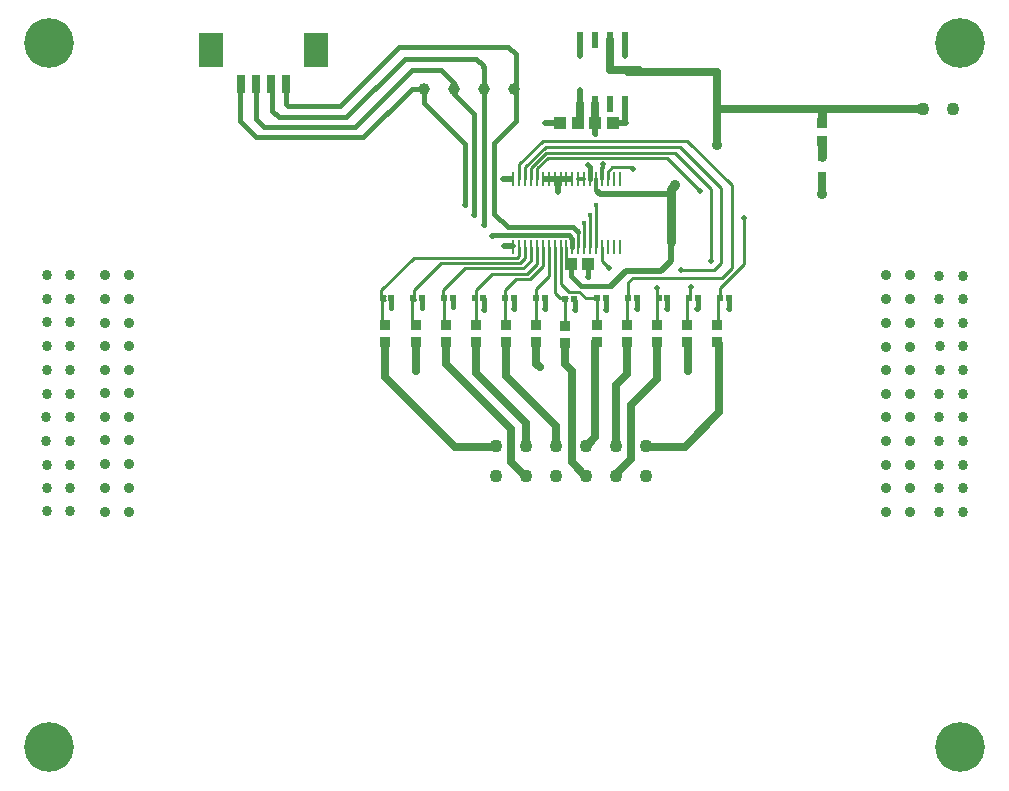
<source format=gtl>
G04*
G04 #@! TF.GenerationSoftware,Altium Limited,Altium Designer,19.1.8 (144)*
G04*
G04 Layer_Physical_Order=1*
G04 Layer_Color=255*
%FSLAX25Y25*%
%MOIN*%
G70*
G01*
G75*
%ADD10C,0.01000*%
%ADD16R,0.03543X0.03347*%
%ADD17R,0.03150X0.03150*%
%ADD18O,0.00984X0.04724*%
%ADD19R,0.03150X0.06299*%
%ADD20R,0.08268X0.11811*%
%ADD21R,0.04134X0.03937*%
%ADD22R,0.02362X0.05709*%
%ADD23R,0.02284X0.02047*%
%ADD24R,0.03543X0.03740*%
%ADD41C,0.02800*%
%ADD42C,0.03000*%
%ADD43C,0.01500*%
%ADD44C,0.02500*%
%ADD45C,0.02000*%
%ADD46C,0.01200*%
%ADD47C,0.03937*%
%ADD48C,0.03150*%
%ADD49C,0.03400*%
%ADD50C,0.16535*%
%ADD51C,0.04331*%
%ADD52C,0.03543*%
%ADD53C,0.03500*%
%ADD54C,0.01500*%
%ADD55C,0.02000*%
D10*
X210042Y187744D02*
X211510Y186275D01*
X217778Y202775D02*
X217778Y202675D01*
X217824Y192234D01*
X215809Y199675D02*
Y200075D01*
Y199675D02*
X215856Y199629D01*
X219793Y192234D02*
Y205975D01*
X215856Y192234D02*
Y199629D01*
X213841Y197375D02*
X213887Y197329D01*
Y192234D02*
Y197329D01*
X179195Y202575D02*
Y202675D01*
X215856Y192234D02*
X215861Y192240D01*
X101061Y245748D02*
X101579Y246267D01*
X250198Y160321D02*
X250461Y160057D01*
X159625Y160321D02*
X159661Y160285D01*
X216361Y175075D02*
X220232D01*
X214261Y177175D02*
X216361Y175075D01*
X210661Y177175D02*
X214261D01*
X207638Y175199D02*
X208772D01*
X206013Y176823D02*
X207638Y175199D01*
X206013Y176823D02*
Y192234D01*
X207982Y179855D02*
X210661Y177175D01*
X207982Y179855D02*
Y192234D01*
X204045Y182259D02*
Y192234D01*
X199796Y178009D02*
X204045Y182259D01*
X199796Y175075D02*
Y178009D01*
X193161Y181475D02*
X197761D01*
X189577Y177891D02*
X193161Y181475D01*
X189577Y175075D02*
Y177891D01*
X185161Y183175D02*
X196761D01*
X179754Y177768D02*
X185161Y183175D01*
X179754Y175470D02*
Y177768D01*
X169165Y166553D02*
Y175075D01*
X168661Y175673D02*
X169259Y175075D01*
X175961Y184975D02*
X195561D01*
X168661Y177675D02*
X175961Y184975D01*
X168661Y175673D02*
Y177675D01*
X219761Y214644D02*
X219793Y214675D01*
X191993Y192275D02*
X192093Y192375D01*
X231561Y218675D02*
X232261Y217975D01*
X225161Y218675D02*
X231561D01*
X223730Y217244D02*
X225161Y218675D01*
X223730Y214675D02*
Y217244D01*
X161836Y175075D02*
X161861Y175050D01*
X192491Y175075D02*
X192561Y175146D01*
X233361Y175073D02*
X233364Y175075D01*
X202709D02*
X202761Y175023D01*
X192093Y192375D02*
X192234Y192234D01*
X260261Y166030D02*
X260463Y166231D01*
X251287Y175075D02*
Y178300D01*
X250198Y166030D02*
X250245Y166077D01*
X221761Y218275D02*
X222061Y218575D01*
X240268Y175175D02*
Y178675D01*
X194234Y214675D02*
Y219748D01*
X232061Y181875D02*
X261754D01*
X230450Y180264D02*
X232061Y181875D01*
X230450Y175075D02*
Y180264D01*
X269161Y186575D02*
Y201675D01*
X261105Y178518D02*
X269161Y186575D01*
Y201675D02*
X269261Y201775D01*
X261754Y181875D02*
X265061Y185182D01*
X261561Y186775D02*
Y211775D01*
X259061Y184275D02*
X261561Y186775D01*
X248161Y184275D02*
X259061D01*
X194234Y219748D02*
X201961Y227475D01*
X206998Y210339D02*
X207061Y210275D01*
X200108Y214675D02*
Y218300D01*
X198139Y218453D02*
X203161Y223475D01*
X246061D01*
X198139Y214675D02*
Y218453D01*
X196171Y218785D02*
X202961Y225575D01*
X247761D01*
X196171Y214675D02*
Y218785D01*
X200108Y218300D02*
X203683Y221875D01*
X246061Y223475D02*
X258261Y211275D01*
X247761Y225575D02*
X261561Y211775D01*
X201961Y227475D02*
X250261D01*
X203683Y221875D02*
X243361D01*
X254361Y210875D01*
X250261Y227475D02*
X265061Y212675D01*
Y185182D02*
Y212675D01*
X261105Y175075D02*
Y178518D01*
X258261Y187575D02*
Y211275D01*
X221761Y187575D02*
Y192234D01*
Y187575D02*
X224161Y185175D01*
X194201Y190380D02*
Y192233D01*
X188761Y214775D02*
X188861D01*
X188961Y214875D01*
X189161Y214675D01*
X169165Y175075D02*
X169259D01*
X169141D02*
X169165D01*
X179359D02*
X179754Y175470D01*
X168061Y186675D02*
X194561D01*
X158961Y188375D02*
X193361D01*
X148261Y177675D02*
X158961Y188375D01*
X194561Y186675D02*
X196161Y188275D01*
X195561Y184975D02*
X198139Y187553D01*
X193361Y188375D02*
X194201Y189215D01*
Y192233D02*
X194202Y192234D01*
X159041Y177655D02*
X168061Y186675D01*
X194201Y189215D02*
Y190380D01*
X209950Y187934D02*
X210042Y187842D01*
Y187744D02*
Y187842D01*
X209950Y187934D02*
Y192234D01*
X196761Y183175D02*
X200108Y186522D01*
X197761Y181475D02*
X202076Y185790D01*
X158361Y174552D02*
X159565D01*
X159041Y175075D02*
Y177655D01*
X148261Y175599D02*
X149346D01*
X148461Y174552D02*
X149346D01*
X196161Y188275D02*
Y190366D01*
X198139Y187553D02*
Y192234D01*
X200108Y186522D02*
Y192234D01*
X202076Y185790D02*
Y192234D01*
X209896Y175075D02*
X210014D01*
X196161Y190366D02*
X196163Y190367D01*
Y192226D01*
X196171Y192234D01*
X194202Y190380D02*
Y192234D01*
X148261Y175599D02*
Y177675D01*
X189577Y166268D02*
Y175075D01*
Y166268D02*
X189816Y166030D01*
X169165Y166553D02*
X169689Y166030D01*
X158361Y167293D02*
Y174552D01*
Y167293D02*
X159625Y166030D01*
X148461Y167130D02*
Y174552D01*
Y167130D02*
X149562Y166030D01*
X158923Y175075D02*
X159041D01*
X148823D02*
X149346Y175599D01*
X148705Y175075D02*
X148823D01*
X260987D02*
X261105D01*
X260463Y174552D02*
X260987Y175075D01*
X260463Y166231D02*
Y174552D01*
X250245Y166077D02*
Y174552D01*
X240134Y166030D02*
Y174552D01*
X230070Y174696D02*
X230450Y175075D01*
X230070Y166030D02*
Y174696D01*
X220007Y174850D02*
X220232Y175075D01*
X220007Y166030D02*
Y174850D01*
X209943Y175005D02*
X210014Y175075D01*
X209343Y165629D02*
Y174605D01*
X199796Y175075D02*
X199880Y174991D01*
Y166030D02*
Y174991D01*
X179359Y175075D02*
X179752Y174682D01*
Y166030D02*
Y174682D01*
X159041Y175075D02*
X159565Y174552D01*
X148823Y175075D02*
X149346Y174552D01*
X260261Y160321D02*
X260761Y159821D01*
X226461Y115875D02*
Y116775D01*
X186461Y115875D02*
Y116175D01*
D16*
X295000Y227449D02*
D03*
Y233551D02*
D03*
D17*
Y215700D02*
D03*
Y222200D02*
D03*
D18*
X227667Y214675D02*
D03*
X225698D02*
D03*
X223730D02*
D03*
X221761D02*
D03*
X219793D02*
D03*
X217824D02*
D03*
X215856D02*
D03*
X213887D02*
D03*
X211919D02*
D03*
X209950D02*
D03*
X207982D02*
D03*
X206013D02*
D03*
X204045D02*
D03*
X202076D02*
D03*
X200108D02*
D03*
X198139D02*
D03*
X196171D02*
D03*
X194202D02*
D03*
X192234D02*
D03*
X227667Y192234D02*
D03*
X225698D02*
D03*
X223730D02*
D03*
X221761D02*
D03*
X219793D02*
D03*
X217824D02*
D03*
X215856D02*
D03*
X213887D02*
D03*
X211919D02*
D03*
X209950D02*
D03*
X207982D02*
D03*
X206013D02*
D03*
X204045D02*
D03*
X202076D02*
D03*
X200108D02*
D03*
X198139D02*
D03*
X196171D02*
D03*
X194202D02*
D03*
X192234D02*
D03*
D19*
X116343Y246267D02*
D03*
X111422D02*
D03*
X106501D02*
D03*
X101579D02*
D03*
D20*
X126383Y257684D02*
D03*
X91540D02*
D03*
D21*
X213714Y233575D02*
D03*
X207809D02*
D03*
X217261Y186275D02*
D03*
X211356D02*
D03*
X225514Y233475D02*
D03*
X219609D02*
D03*
D22*
X214561Y239647D02*
D03*
X219561D02*
D03*
X224561D02*
D03*
X229561D02*
D03*
X214561Y261104D02*
D03*
X219561D02*
D03*
X224561D02*
D03*
X229561D02*
D03*
D23*
X182273Y175075D02*
D03*
X179359D02*
D03*
X192491D02*
D03*
X189577D02*
D03*
X202709D02*
D03*
X199796D02*
D03*
X212327Y174675D02*
D03*
X209414D02*
D03*
X223145Y175075D02*
D03*
X220232D02*
D03*
X233364D02*
D03*
X230450D02*
D03*
X243582D02*
D03*
X240668D02*
D03*
X253800D02*
D03*
X250887D02*
D03*
X264018D02*
D03*
X261105D02*
D03*
X172055D02*
D03*
X169141D02*
D03*
X161836D02*
D03*
X158923D02*
D03*
X151618D02*
D03*
X148705D02*
D03*
D24*
X159625Y166030D02*
D03*
Y160321D02*
D03*
X260261Y166030D02*
D03*
Y160321D02*
D03*
X250198Y166030D02*
D03*
Y160321D02*
D03*
X240134Y166030D02*
D03*
Y160321D02*
D03*
X230070Y166030D02*
D03*
Y160321D02*
D03*
X220007Y166030D02*
D03*
Y160321D02*
D03*
X209343Y165629D02*
D03*
Y159921D02*
D03*
X199880Y166030D02*
D03*
Y160321D02*
D03*
X189816Y166030D02*
D03*
Y160321D02*
D03*
X179752Y166030D02*
D03*
Y160321D02*
D03*
X169689Y166030D02*
D03*
Y160321D02*
D03*
X149562Y166030D02*
D03*
Y160321D02*
D03*
D41*
X295000Y209600D02*
Y215700D01*
X294900Y238098D02*
X328801D01*
X260000Y226000D02*
Y228000D01*
X260061Y228061D01*
Y238098D01*
Y250575D01*
Y238098D02*
X294900D01*
X230361Y250575D02*
X260061D01*
X224661Y251175D02*
X233961D01*
X224561D02*
Y261104D01*
D42*
X295000Y222200D02*
Y227449D01*
X294900Y238098D02*
X295000Y237998D01*
Y233551D02*
Y237998D01*
X244861Y209675D02*
Y211475D01*
Y193675D02*
Y209675D01*
Y211475D02*
X246161Y212775D01*
D43*
X193000Y238000D02*
Y256300D01*
X212241Y198775D02*
X213841Y197175D01*
X190600Y258700D02*
X193000Y256300D01*
X154100Y258700D02*
X190600D01*
X134375Y238975D02*
X154100Y258700D01*
X106574Y228663D02*
X142263D01*
X158500Y244900D01*
X162500D01*
Y240000D02*
Y244900D01*
Y240000D02*
X176046Y226454D01*
Y206075D02*
Y226454D01*
X139575Y232075D02*
X158600Y251100D01*
X168100D01*
X172500Y246700D01*
Y244900D02*
Y246700D01*
Y243000D02*
Y244900D01*
Y243000D02*
X179195Y236305D01*
Y202675D02*
Y236305D01*
X109023Y232075D02*
X139575D01*
X182345Y199575D02*
Y252000D01*
X114172Y235275D02*
X136575D01*
X156000Y254700D01*
X179900D01*
X182000Y252600D01*
Y252000D02*
Y252600D01*
Y252000D02*
X182345D01*
X117097Y238975D02*
X134375D01*
X185888Y226907D02*
X192975Y233993D01*
Y238000D01*
X211510Y182326D02*
Y186275D01*
X101061Y234175D02*
X106574Y228663D01*
X106361Y234737D02*
X109023Y232075D01*
X111872Y237575D02*
X114172Y235275D01*
X116343Y239729D02*
Y246267D01*
Y239729D02*
X117097Y238975D01*
X111422Y246267D02*
X111872Y245816D01*
Y237575D02*
Y245816D01*
X106361Y246126D02*
X106501Y246267D01*
X106361Y234737D02*
Y246126D01*
X185888Y203244D02*
Y226907D01*
Y203244D02*
X190357Y198775D01*
X212241D01*
X185261Y195775D02*
X185461Y195975D01*
X210761D01*
X211919Y194818D01*
Y192234D02*
Y194818D01*
X101061Y234175D02*
Y245748D01*
X214861Y178975D02*
X224661D01*
X211510Y182326D02*
X214861Y178975D01*
X264018Y171575D02*
Y175075D01*
X192561Y171375D02*
Y175146D01*
X151461Y171775D02*
X151618Y171932D01*
Y175075D01*
X161861Y171875D02*
Y175050D01*
X172055Y171982D02*
X172061Y171975D01*
X172055Y171982D02*
Y175075D01*
X182461Y171175D02*
Y174886D01*
X182273Y175075D02*
X182461Y174886D01*
X212761Y170975D02*
Y174241D01*
X223145Y171891D02*
Y175075D01*
Y171891D02*
X223161Y171875D01*
Y170975D02*
Y171875D01*
X253561Y171475D02*
X253800Y171714D01*
Y175075D01*
X243582Y171495D02*
Y175075D01*
X233361Y171475D02*
Y175073D01*
X202761Y171375D02*
Y175023D01*
X219461Y229675D02*
X219561Y229775D01*
X216961Y219475D02*
X216987D01*
X217824Y218638D01*
Y214675D02*
Y218638D01*
X217261Y182075D02*
Y186275D01*
D44*
X219561Y128675D02*
Y160321D01*
X216461Y125575D02*
X219561Y128675D01*
X209343Y152993D02*
Y159921D01*
Y152993D02*
X211661Y150675D01*
Y120375D02*
Y150675D01*
Y120375D02*
X216461Y115575D01*
X199880Y153157D02*
Y160321D01*
Y153157D02*
X200961Y152075D01*
X231361Y139375D02*
X240134Y148148D01*
X231361Y121375D02*
Y139375D01*
X226461Y116475D02*
X231361Y121375D01*
X250461Y150675D02*
Y160057D01*
X169689Y153248D02*
X191561Y131375D01*
Y120475D02*
Y131375D01*
Y120475D02*
X196461Y115575D01*
X159661Y150675D02*
Y160285D01*
X149562Y148775D02*
X172761Y125575D01*
X149562Y148775D02*
Y160321D01*
X172761Y125575D02*
X186461D01*
X214561Y234622D02*
Y239647D01*
X219561Y233522D02*
Y239647D01*
X230070Y149784D02*
Y160321D01*
X226461Y146175D02*
X230070Y149784D01*
X240134Y148148D02*
Y160321D01*
X169689Y153248D02*
Y160321D01*
X260761Y136975D02*
Y159821D01*
X249361Y125575D02*
X260761Y136975D01*
X236461Y125575D02*
X249361D01*
X226461D02*
Y146175D01*
X189816Y148921D02*
Y160321D01*
Y148921D02*
X206461Y132275D01*
Y125575D02*
Y132275D01*
X179752Y150084D02*
Y160321D01*
Y150084D02*
X196461Y133375D01*
Y125575D02*
Y133375D01*
D45*
X224661Y178975D02*
X229761Y184075D01*
X219961Y210875D02*
X221161Y209675D01*
X244861D01*
X241561Y184075D02*
X244861Y187375D01*
X229761Y184075D02*
X241561D01*
X244861Y187375D02*
Y193675D01*
X206998Y210339D02*
Y214675D01*
X243561Y171475D02*
X243582Y171495D01*
X188961Y192275D02*
X191993D01*
X214561Y239647D02*
Y244575D01*
X213514Y233575D02*
X214561Y234622D01*
Y255875D02*
Y261104D01*
X229561Y255675D02*
Y261104D01*
X219561Y229775D02*
X219609Y229822D01*
Y233475D01*
X219561Y233522D02*
X219609Y233475D01*
X229561Y233575D02*
X229661Y233475D01*
X229561Y233575D02*
Y239647D01*
X225514Y233475D02*
X229661D01*
X202861Y233575D02*
X207809D01*
X206998Y214675D02*
X207982D01*
X206013D02*
X206998D01*
X204045D02*
X206013D01*
X209950D02*
X211061D01*
X207982D02*
X209950D01*
X202861D02*
X204045D01*
X189161D02*
X191361D01*
D46*
X219761Y210875D02*
Y214644D01*
X213887Y214675D02*
X215856D01*
X221761D02*
Y218275D01*
X222061Y218575D02*
Y219875D01*
D47*
X162500Y244900D02*
D03*
X172500D02*
D03*
X182500D02*
D03*
X192500D02*
D03*
D48*
D03*
D49*
X342000Y103700D02*
D03*
Y111600D02*
D03*
Y127400D02*
D03*
Y119500D02*
D03*
Y135300D02*
D03*
Y143200D02*
D03*
X342100Y159000D02*
D03*
Y151100D02*
D03*
X342000Y166900D02*
D03*
Y174800D02*
D03*
Y182500D02*
D03*
X334200D02*
D03*
Y174800D02*
D03*
Y166900D02*
D03*
X334300Y151100D02*
D03*
Y159000D02*
D03*
X334200Y143200D02*
D03*
Y135300D02*
D03*
Y119500D02*
D03*
Y127400D02*
D03*
Y111600D02*
D03*
Y103700D02*
D03*
X44500Y182719D02*
D03*
Y174819D02*
D03*
Y159019D02*
D03*
Y166919D02*
D03*
Y151119D02*
D03*
Y143219D02*
D03*
X44400Y127419D02*
D03*
Y135319D02*
D03*
X44500Y119519D02*
D03*
Y111619D02*
D03*
Y103919D02*
D03*
X36700D02*
D03*
Y111619D02*
D03*
Y119519D02*
D03*
X36600Y135319D02*
D03*
Y127419D02*
D03*
X36700Y143219D02*
D03*
Y151119D02*
D03*
Y166919D02*
D03*
Y159019D02*
D03*
Y174819D02*
D03*
Y182719D02*
D03*
D50*
X341100Y25300D02*
D03*
X37400D02*
D03*
Y260000D02*
D03*
X341100D02*
D03*
D51*
X328801Y238098D02*
D03*
X338801D02*
D03*
X236461Y125875D02*
D03*
Y115875D02*
D03*
X226461D02*
D03*
Y125875D02*
D03*
X216461D02*
D03*
Y115875D02*
D03*
X206461D02*
D03*
Y125875D02*
D03*
X196461D02*
D03*
Y115875D02*
D03*
X186461D02*
D03*
Y125875D02*
D03*
D52*
X324400Y103800D02*
D03*
X316500D02*
D03*
Y111700D02*
D03*
X324400D02*
D03*
Y119500D02*
D03*
X316500D02*
D03*
Y127500D02*
D03*
X324400D02*
D03*
Y135300D02*
D03*
X316500D02*
D03*
Y143200D02*
D03*
X324400D02*
D03*
Y151000D02*
D03*
X316500D02*
D03*
Y158900D02*
D03*
X324400D02*
D03*
Y166800D02*
D03*
X316500D02*
D03*
Y174700D02*
D03*
X324400D02*
D03*
Y182600D02*
D03*
X316500D02*
D03*
X64100Y103900D02*
D03*
X56200D02*
D03*
Y111800D02*
D03*
X64100D02*
D03*
Y119600D02*
D03*
X56200D02*
D03*
Y127600D02*
D03*
X64100D02*
D03*
Y135400D02*
D03*
X56200D02*
D03*
Y143300D02*
D03*
X64100D02*
D03*
Y151100D02*
D03*
X56200D02*
D03*
Y159000D02*
D03*
X64100D02*
D03*
Y166900D02*
D03*
X56200D02*
D03*
Y174800D02*
D03*
X64100D02*
D03*
Y182700D02*
D03*
X56200D02*
D03*
D53*
X295000Y209600D02*
D03*
X246161Y212775D02*
D03*
X260000Y226000D02*
D03*
D54*
X219746Y206075D02*
D03*
X215809Y200075D02*
D03*
X217778Y202675D02*
D03*
X213841Y197375D02*
D03*
X172061Y171975D02*
D03*
X161861Y171875D02*
D03*
X151461Y171775D02*
D03*
X188961Y192275D02*
D03*
D55*
X176046Y206075D02*
D03*
X179195Y202675D02*
D03*
X182345Y199575D02*
D03*
X185261Y195775D02*
D03*
X250461Y150675D02*
D03*
X200961Y152075D02*
D03*
X159661Y150675D02*
D03*
X232261Y217975D02*
D03*
X182461Y171175D02*
D03*
X223161Y170975D02*
D03*
X253561Y171475D02*
D03*
X263961Y171575D02*
D03*
X243561Y171475D02*
D03*
X233361D02*
D03*
X212761Y170975D02*
D03*
X202761Y171375D02*
D03*
X192561D02*
D03*
X214561Y255875D02*
D03*
X229561Y255675D02*
D03*
X216961Y219475D02*
D03*
X222061Y219875D02*
D03*
X219561Y229775D02*
D03*
X229661Y233475D02*
D03*
X202861Y233575D02*
D03*
X217261Y182075D02*
D03*
X240261Y178575D02*
D03*
X251361Y178775D02*
D03*
X248161Y184275D02*
D03*
X207061Y210275D02*
D03*
X254361Y210875D02*
D03*
X269261Y201775D02*
D03*
X258261Y187575D02*
D03*
X224161Y185175D02*
D03*
X188761Y214775D02*
D03*
M02*

</source>
